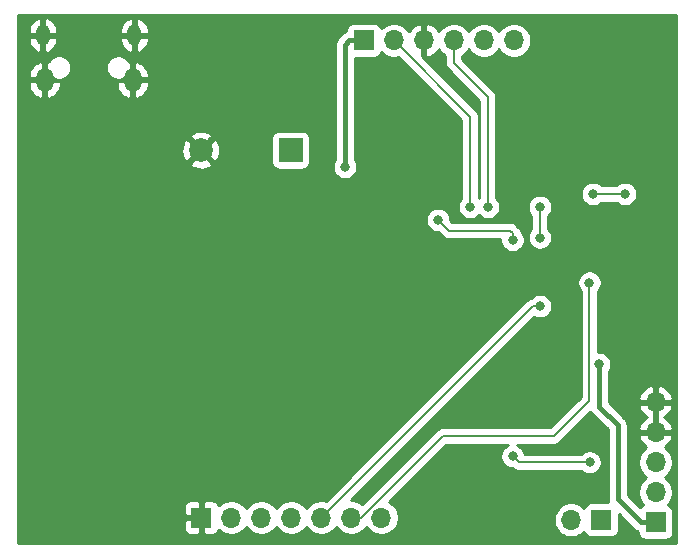
<source format=gbr>
G04 #@! TF.GenerationSoftware,KiCad,Pcbnew,5.1.5-52549c5~84~ubuntu18.04.1*
G04 #@! TF.CreationDate,2020-02-11T14:22:43+01:00*
G04 #@! TF.ProjectId,project,70726f6a-6563-4742-9e6b-696361645f70,rev?*
G04 #@! TF.SameCoordinates,Original*
G04 #@! TF.FileFunction,Copper,L2,Bot*
G04 #@! TF.FilePolarity,Positive*
%FSLAX46Y46*%
G04 Gerber Fmt 4.6, Leading zero omitted, Abs format (unit mm)*
G04 Created by KiCad (PCBNEW 5.1.5-52549c5~84~ubuntu18.04.1) date 2020-02-11 14:22:43*
%MOMM*%
%LPD*%
G04 APERTURE LIST*
%ADD10O,1.700000X1.700000*%
%ADD11R,1.700000X1.700000*%
%ADD12C,2.000000*%
%ADD13R,2.000000X2.000000*%
%ADD14O,1.150000X1.800000*%
%ADD15O,1.450000X2.000000*%
%ADD16C,0.800000*%
%ADD17C,0.400000*%
%ADD18C,0.200000*%
%ADD19C,0.254000*%
G04 APERTURE END LIST*
D10*
X98100000Y-67940000D03*
X98100000Y-70480000D03*
X98100000Y-73020000D03*
X98100000Y-75560000D03*
D11*
X98100000Y-78100000D03*
D10*
X74880000Y-77700000D03*
X72340000Y-77700000D03*
X69800000Y-77700000D03*
X67260000Y-77700000D03*
X64720000Y-77700000D03*
X62180000Y-77700000D03*
D11*
X59640000Y-77700000D03*
D10*
X90960000Y-77900000D03*
D11*
X93500000Y-77900000D03*
D10*
X86100000Y-37300000D03*
X83560000Y-37300000D03*
X81020000Y-37300000D03*
X78480000Y-37300000D03*
X75940000Y-37300000D03*
D11*
X73400000Y-37300000D03*
D12*
X59600000Y-46600000D03*
D13*
X67200000Y-46600000D03*
D14*
X46225000Y-36850000D03*
X53975000Y-36850000D03*
D15*
X46375000Y-40650000D03*
X53825000Y-40650000D03*
D16*
X81500000Y-58200000D03*
X76400000Y-51600000D03*
X89800000Y-35800000D03*
X96900000Y-39200000D03*
X88300000Y-64100000D03*
X93300000Y-64700000D03*
X71800000Y-48000000D03*
X88300000Y-51400000D03*
X88300000Y-54000000D03*
X83900000Y-51400000D03*
X82400000Y-51400000D03*
X92500000Y-57800000D03*
X88300000Y-59800000D03*
X92520000Y-73020000D03*
X86000000Y-72500000D03*
X79700000Y-52500000D03*
X86000000Y-54200000D03*
X92800000Y-50300000D03*
X95500000Y-50300000D03*
D17*
X93300000Y-64700000D02*
X93300000Y-68300000D01*
X93300000Y-68300000D02*
X94900000Y-69900000D01*
X96850000Y-78100000D02*
X98100000Y-78100000D01*
X94900000Y-76150000D02*
X96850000Y-78100000D01*
X94900000Y-69900000D02*
X94900000Y-76150000D01*
X72150000Y-37300000D02*
X73400000Y-37300000D01*
X71800000Y-37650000D02*
X72150000Y-37300000D01*
X71800000Y-48000000D02*
X71800000Y-37650000D01*
D18*
X88300000Y-51400000D02*
X88300000Y-54000000D01*
X83900000Y-51400000D02*
X83900000Y-42100000D01*
X81020000Y-39220000D02*
X81020000Y-37300000D01*
X83900000Y-42100000D02*
X81020000Y-39220000D01*
X82400000Y-43760000D02*
X82400000Y-51400000D01*
X75940000Y-37300000D02*
X82400000Y-43760000D01*
X92500000Y-67800000D02*
X92500000Y-57800000D01*
X89500000Y-70800000D02*
X92500000Y-67800000D01*
X80077998Y-70800000D02*
X89500000Y-70800000D01*
X73177998Y-77700000D02*
X80077998Y-70800000D01*
X72340000Y-77700000D02*
X73177998Y-77700000D01*
X69800000Y-77700000D02*
X87700000Y-59800000D01*
X87700000Y-59800000D02*
X88300000Y-59800000D01*
X92520000Y-73020000D02*
X86520000Y-73020000D01*
X86520000Y-73020000D02*
X86000000Y-72500000D01*
X86000000Y-54200000D02*
X86000000Y-53634315D01*
X86000000Y-53634315D02*
X85765685Y-53400000D01*
X85765685Y-53400000D02*
X80600000Y-53400000D01*
X80600000Y-53400000D02*
X79700000Y-52500000D01*
X92800000Y-50300000D02*
X95500000Y-50300000D01*
D19*
G36*
X99873000Y-79873000D02*
G01*
X44127000Y-79873000D01*
X44127000Y-78550000D01*
X58151928Y-78550000D01*
X58164188Y-78674482D01*
X58200498Y-78794180D01*
X58259463Y-78904494D01*
X58338815Y-79001185D01*
X58435506Y-79080537D01*
X58545820Y-79139502D01*
X58665518Y-79175812D01*
X58790000Y-79188072D01*
X59354250Y-79185000D01*
X59513000Y-79026250D01*
X59513000Y-77827000D01*
X58313750Y-77827000D01*
X58155000Y-77985750D01*
X58151928Y-78550000D01*
X44127000Y-78550000D01*
X44127000Y-76850000D01*
X58151928Y-76850000D01*
X58155000Y-77414250D01*
X58313750Y-77573000D01*
X59513000Y-77573000D01*
X59513000Y-76373750D01*
X59767000Y-76373750D01*
X59767000Y-77573000D01*
X59787000Y-77573000D01*
X59787000Y-77827000D01*
X59767000Y-77827000D01*
X59767000Y-79026250D01*
X59925750Y-79185000D01*
X60490000Y-79188072D01*
X60614482Y-79175812D01*
X60734180Y-79139502D01*
X60844494Y-79080537D01*
X60941185Y-79001185D01*
X61020537Y-78904494D01*
X61079502Y-78794180D01*
X61101513Y-78721620D01*
X61233368Y-78853475D01*
X61476589Y-79015990D01*
X61746842Y-79127932D01*
X62033740Y-79185000D01*
X62326260Y-79185000D01*
X62613158Y-79127932D01*
X62883411Y-79015990D01*
X63126632Y-78853475D01*
X63333475Y-78646632D01*
X63450000Y-78472240D01*
X63566525Y-78646632D01*
X63773368Y-78853475D01*
X64016589Y-79015990D01*
X64286842Y-79127932D01*
X64573740Y-79185000D01*
X64866260Y-79185000D01*
X65153158Y-79127932D01*
X65423411Y-79015990D01*
X65666632Y-78853475D01*
X65873475Y-78646632D01*
X65990000Y-78472240D01*
X66106525Y-78646632D01*
X66313368Y-78853475D01*
X66556589Y-79015990D01*
X66826842Y-79127932D01*
X67113740Y-79185000D01*
X67406260Y-79185000D01*
X67693158Y-79127932D01*
X67963411Y-79015990D01*
X68206632Y-78853475D01*
X68413475Y-78646632D01*
X68530000Y-78472240D01*
X68646525Y-78646632D01*
X68853368Y-78853475D01*
X69096589Y-79015990D01*
X69366842Y-79127932D01*
X69653740Y-79185000D01*
X69946260Y-79185000D01*
X70233158Y-79127932D01*
X70503411Y-79015990D01*
X70746632Y-78853475D01*
X70953475Y-78646632D01*
X71070000Y-78472240D01*
X71186525Y-78646632D01*
X71393368Y-78853475D01*
X71636589Y-79015990D01*
X71906842Y-79127932D01*
X72193740Y-79185000D01*
X72486260Y-79185000D01*
X72773158Y-79127932D01*
X73043411Y-79015990D01*
X73286632Y-78853475D01*
X73493475Y-78646632D01*
X73610000Y-78472240D01*
X73726525Y-78646632D01*
X73933368Y-78853475D01*
X74176589Y-79015990D01*
X74446842Y-79127932D01*
X74733740Y-79185000D01*
X75026260Y-79185000D01*
X75313158Y-79127932D01*
X75583411Y-79015990D01*
X75826632Y-78853475D01*
X76033475Y-78646632D01*
X76195990Y-78403411D01*
X76307932Y-78133158D01*
X76365000Y-77846260D01*
X76365000Y-77553740D01*
X76307932Y-77266842D01*
X76195990Y-76996589D01*
X76033475Y-76753368D01*
X75826632Y-76546525D01*
X75583411Y-76384010D01*
X75548072Y-76369372D01*
X80382445Y-71535000D01*
X85625131Y-71535000D01*
X85509744Y-71582795D01*
X85340226Y-71696063D01*
X85196063Y-71840226D01*
X85082795Y-72009744D01*
X85004774Y-72198102D01*
X84965000Y-72398061D01*
X84965000Y-72601939D01*
X85004774Y-72801898D01*
X85082795Y-72990256D01*
X85196063Y-73159774D01*
X85340226Y-73303937D01*
X85509744Y-73417205D01*
X85698102Y-73495226D01*
X85898061Y-73535000D01*
X85991822Y-73535000D01*
X85997762Y-73542238D01*
X86109680Y-73634087D01*
X86237367Y-73702337D01*
X86306839Y-73723411D01*
X86375914Y-73744365D01*
X86519999Y-73758556D01*
X86556104Y-73755000D01*
X91791289Y-73755000D01*
X91860226Y-73823937D01*
X92029744Y-73937205D01*
X92218102Y-74015226D01*
X92418061Y-74055000D01*
X92621939Y-74055000D01*
X92821898Y-74015226D01*
X93010256Y-73937205D01*
X93179774Y-73823937D01*
X93323937Y-73679774D01*
X93437205Y-73510256D01*
X93515226Y-73321898D01*
X93555000Y-73121939D01*
X93555000Y-72918061D01*
X93515226Y-72718102D01*
X93437205Y-72529744D01*
X93323937Y-72360226D01*
X93179774Y-72216063D01*
X93010256Y-72102795D01*
X92821898Y-72024774D01*
X92621939Y-71985000D01*
X92418061Y-71985000D01*
X92218102Y-72024774D01*
X92029744Y-72102795D01*
X91860226Y-72216063D01*
X91791289Y-72285000D01*
X87012511Y-72285000D01*
X86995226Y-72198102D01*
X86917205Y-72009744D01*
X86803937Y-71840226D01*
X86659774Y-71696063D01*
X86490256Y-71582795D01*
X86374869Y-71535000D01*
X89463895Y-71535000D01*
X89500000Y-71538556D01*
X89536105Y-71535000D01*
X89644085Y-71524365D01*
X89782633Y-71482337D01*
X89910320Y-71414087D01*
X90022238Y-71322238D01*
X90045259Y-71294187D01*
X92592241Y-68747206D01*
X92602364Y-68766145D01*
X92602365Y-68766146D01*
X92706710Y-68893291D01*
X92738574Y-68919441D01*
X94065000Y-70245869D01*
X94065001Y-76108972D01*
X94060960Y-76150000D01*
X94077082Y-76313688D01*
X94106883Y-76411928D01*
X92650000Y-76411928D01*
X92525518Y-76424188D01*
X92405820Y-76460498D01*
X92295506Y-76519463D01*
X92198815Y-76598815D01*
X92119463Y-76695506D01*
X92060498Y-76805820D01*
X92038487Y-76878380D01*
X91906632Y-76746525D01*
X91663411Y-76584010D01*
X91393158Y-76472068D01*
X91106260Y-76415000D01*
X90813740Y-76415000D01*
X90526842Y-76472068D01*
X90256589Y-76584010D01*
X90013368Y-76746525D01*
X89806525Y-76953368D01*
X89644010Y-77196589D01*
X89532068Y-77466842D01*
X89475000Y-77753740D01*
X89475000Y-78046260D01*
X89532068Y-78333158D01*
X89644010Y-78603411D01*
X89806525Y-78846632D01*
X90013368Y-79053475D01*
X90256589Y-79215990D01*
X90526842Y-79327932D01*
X90813740Y-79385000D01*
X91106260Y-79385000D01*
X91393158Y-79327932D01*
X91663411Y-79215990D01*
X91906632Y-79053475D01*
X92038487Y-78921620D01*
X92060498Y-78994180D01*
X92119463Y-79104494D01*
X92198815Y-79201185D01*
X92295506Y-79280537D01*
X92405820Y-79339502D01*
X92525518Y-79375812D01*
X92650000Y-79388072D01*
X94350000Y-79388072D01*
X94474482Y-79375812D01*
X94594180Y-79339502D01*
X94704494Y-79280537D01*
X94801185Y-79201185D01*
X94880537Y-79104494D01*
X94939502Y-78994180D01*
X94975812Y-78874482D01*
X94988072Y-78750000D01*
X94988072Y-77418939D01*
X96230559Y-78661427D01*
X96256709Y-78693291D01*
X96383854Y-78797636D01*
X96528913Y-78875172D01*
X96611928Y-78900354D01*
X96611928Y-78950000D01*
X96624188Y-79074482D01*
X96660498Y-79194180D01*
X96719463Y-79304494D01*
X96798815Y-79401185D01*
X96895506Y-79480537D01*
X97005820Y-79539502D01*
X97125518Y-79575812D01*
X97250000Y-79588072D01*
X98950000Y-79588072D01*
X99074482Y-79575812D01*
X99194180Y-79539502D01*
X99304494Y-79480537D01*
X99401185Y-79401185D01*
X99480537Y-79304494D01*
X99539502Y-79194180D01*
X99575812Y-79074482D01*
X99588072Y-78950000D01*
X99588072Y-77250000D01*
X99575812Y-77125518D01*
X99539502Y-77005820D01*
X99480537Y-76895506D01*
X99401185Y-76798815D01*
X99304494Y-76719463D01*
X99194180Y-76660498D01*
X99121620Y-76638487D01*
X99253475Y-76506632D01*
X99415990Y-76263411D01*
X99527932Y-75993158D01*
X99585000Y-75706260D01*
X99585000Y-75413740D01*
X99527932Y-75126842D01*
X99415990Y-74856589D01*
X99253475Y-74613368D01*
X99046632Y-74406525D01*
X98872240Y-74290000D01*
X99046632Y-74173475D01*
X99253475Y-73966632D01*
X99415990Y-73723411D01*
X99527932Y-73453158D01*
X99585000Y-73166260D01*
X99585000Y-72873740D01*
X99527932Y-72586842D01*
X99415990Y-72316589D01*
X99253475Y-72073368D01*
X99046632Y-71866525D01*
X98864466Y-71744805D01*
X98981355Y-71675178D01*
X99197588Y-71480269D01*
X99371641Y-71246920D01*
X99496825Y-70984099D01*
X99541476Y-70836890D01*
X99420155Y-70607000D01*
X98227000Y-70607000D01*
X98227000Y-70627000D01*
X97973000Y-70627000D01*
X97973000Y-70607000D01*
X96779845Y-70607000D01*
X96658524Y-70836890D01*
X96703175Y-70984099D01*
X96828359Y-71246920D01*
X97002412Y-71480269D01*
X97218645Y-71675178D01*
X97335534Y-71744805D01*
X97153368Y-71866525D01*
X96946525Y-72073368D01*
X96784010Y-72316589D01*
X96672068Y-72586842D01*
X96615000Y-72873740D01*
X96615000Y-73166260D01*
X96672068Y-73453158D01*
X96784010Y-73723411D01*
X96946525Y-73966632D01*
X97153368Y-74173475D01*
X97327760Y-74290000D01*
X97153368Y-74406525D01*
X96946525Y-74613368D01*
X96784010Y-74856589D01*
X96672068Y-75126842D01*
X96615000Y-75413740D01*
X96615000Y-75706260D01*
X96672068Y-75993158D01*
X96784010Y-76263411D01*
X96946525Y-76506632D01*
X97078380Y-76638487D01*
X97005820Y-76660498D01*
X96895506Y-76719463D01*
X96798815Y-76798815D01*
X96767653Y-76836786D01*
X95735000Y-75804133D01*
X95735000Y-69941018D01*
X95739040Y-69900000D01*
X95722918Y-69736312D01*
X95675172Y-69578913D01*
X95597636Y-69433854D01*
X95519439Y-69338570D01*
X95519437Y-69338568D01*
X95493291Y-69306709D01*
X95461433Y-69280564D01*
X94477758Y-68296890D01*
X96658524Y-68296890D01*
X96703175Y-68444099D01*
X96828359Y-68706920D01*
X97002412Y-68940269D01*
X97218645Y-69135178D01*
X97344255Y-69210000D01*
X97218645Y-69284822D01*
X97002412Y-69479731D01*
X96828359Y-69713080D01*
X96703175Y-69975901D01*
X96658524Y-70123110D01*
X96779845Y-70353000D01*
X97973000Y-70353000D01*
X97973000Y-68067000D01*
X98227000Y-68067000D01*
X98227000Y-70353000D01*
X99420155Y-70353000D01*
X99541476Y-70123110D01*
X99496825Y-69975901D01*
X99371641Y-69713080D01*
X99197588Y-69479731D01*
X98981355Y-69284822D01*
X98855745Y-69210000D01*
X98981355Y-69135178D01*
X99197588Y-68940269D01*
X99371641Y-68706920D01*
X99496825Y-68444099D01*
X99541476Y-68296890D01*
X99420155Y-68067000D01*
X98227000Y-68067000D01*
X97973000Y-68067000D01*
X96779845Y-68067000D01*
X96658524Y-68296890D01*
X94477758Y-68296890D01*
X94135000Y-67954133D01*
X94135000Y-67583110D01*
X96658524Y-67583110D01*
X96779845Y-67813000D01*
X97973000Y-67813000D01*
X97973000Y-66619186D01*
X98227000Y-66619186D01*
X98227000Y-67813000D01*
X99420155Y-67813000D01*
X99541476Y-67583110D01*
X99496825Y-67435901D01*
X99371641Y-67173080D01*
X99197588Y-66939731D01*
X98981355Y-66744822D01*
X98731252Y-66595843D01*
X98456891Y-66498519D01*
X98227000Y-66619186D01*
X97973000Y-66619186D01*
X97743109Y-66498519D01*
X97468748Y-66595843D01*
X97218645Y-66744822D01*
X97002412Y-66939731D01*
X96828359Y-67173080D01*
X96703175Y-67435901D01*
X96658524Y-67583110D01*
X94135000Y-67583110D01*
X94135000Y-65313285D01*
X94217205Y-65190256D01*
X94295226Y-65001898D01*
X94335000Y-64801939D01*
X94335000Y-64598061D01*
X94295226Y-64398102D01*
X94217205Y-64209744D01*
X94103937Y-64040226D01*
X93959774Y-63896063D01*
X93790256Y-63782795D01*
X93601898Y-63704774D01*
X93401939Y-63665000D01*
X93235000Y-63665000D01*
X93235000Y-58528711D01*
X93303937Y-58459774D01*
X93417205Y-58290256D01*
X93495226Y-58101898D01*
X93535000Y-57901939D01*
X93535000Y-57698061D01*
X93495226Y-57498102D01*
X93417205Y-57309744D01*
X93303937Y-57140226D01*
X93159774Y-56996063D01*
X92990256Y-56882795D01*
X92801898Y-56804774D01*
X92601939Y-56765000D01*
X92398061Y-56765000D01*
X92198102Y-56804774D01*
X92009744Y-56882795D01*
X91840226Y-56996063D01*
X91696063Y-57140226D01*
X91582795Y-57309744D01*
X91504774Y-57498102D01*
X91465000Y-57698061D01*
X91465000Y-57901939D01*
X91504774Y-58101898D01*
X91582795Y-58290256D01*
X91696063Y-58459774D01*
X91765001Y-58528712D01*
X91765000Y-67495553D01*
X89195554Y-70065000D01*
X80114103Y-70065000D01*
X80077998Y-70061444D01*
X79933913Y-70075635D01*
X79795364Y-70117663D01*
X79667678Y-70185913D01*
X79555760Y-70277762D01*
X79532744Y-70305807D01*
X73289329Y-76549222D01*
X73286632Y-76546525D01*
X73043411Y-76384010D01*
X72773158Y-76272068D01*
X72486260Y-76215000D01*
X72324446Y-76215000D01*
X87818581Y-60720866D01*
X87998102Y-60795226D01*
X88198061Y-60835000D01*
X88401939Y-60835000D01*
X88601898Y-60795226D01*
X88790256Y-60717205D01*
X88959774Y-60603937D01*
X89103937Y-60459774D01*
X89217205Y-60290256D01*
X89295226Y-60101898D01*
X89335000Y-59901939D01*
X89335000Y-59698061D01*
X89295226Y-59498102D01*
X89217205Y-59309744D01*
X89103937Y-59140226D01*
X88959774Y-58996063D01*
X88790256Y-58882795D01*
X88601898Y-58804774D01*
X88401939Y-58765000D01*
X88198061Y-58765000D01*
X87998102Y-58804774D01*
X87809744Y-58882795D01*
X87640226Y-58996063D01*
X87561172Y-59075117D01*
X87555915Y-59075635D01*
X87417367Y-59117663D01*
X87289680Y-59185913D01*
X87177762Y-59277762D01*
X87154746Y-59305807D01*
X70195898Y-76264656D01*
X69946260Y-76215000D01*
X69653740Y-76215000D01*
X69366842Y-76272068D01*
X69096589Y-76384010D01*
X68853368Y-76546525D01*
X68646525Y-76753368D01*
X68530000Y-76927760D01*
X68413475Y-76753368D01*
X68206632Y-76546525D01*
X67963411Y-76384010D01*
X67693158Y-76272068D01*
X67406260Y-76215000D01*
X67113740Y-76215000D01*
X66826842Y-76272068D01*
X66556589Y-76384010D01*
X66313368Y-76546525D01*
X66106525Y-76753368D01*
X65990000Y-76927760D01*
X65873475Y-76753368D01*
X65666632Y-76546525D01*
X65423411Y-76384010D01*
X65153158Y-76272068D01*
X64866260Y-76215000D01*
X64573740Y-76215000D01*
X64286842Y-76272068D01*
X64016589Y-76384010D01*
X63773368Y-76546525D01*
X63566525Y-76753368D01*
X63450000Y-76927760D01*
X63333475Y-76753368D01*
X63126632Y-76546525D01*
X62883411Y-76384010D01*
X62613158Y-76272068D01*
X62326260Y-76215000D01*
X62033740Y-76215000D01*
X61746842Y-76272068D01*
X61476589Y-76384010D01*
X61233368Y-76546525D01*
X61101513Y-76678380D01*
X61079502Y-76605820D01*
X61020537Y-76495506D01*
X60941185Y-76398815D01*
X60844494Y-76319463D01*
X60734180Y-76260498D01*
X60614482Y-76224188D01*
X60490000Y-76211928D01*
X59925750Y-76215000D01*
X59767000Y-76373750D01*
X59513000Y-76373750D01*
X59354250Y-76215000D01*
X58790000Y-76211928D01*
X58665518Y-76224188D01*
X58545820Y-76260498D01*
X58435506Y-76319463D01*
X58338815Y-76398815D01*
X58259463Y-76495506D01*
X58200498Y-76605820D01*
X58164188Y-76725518D01*
X58151928Y-76850000D01*
X44127000Y-76850000D01*
X44127000Y-52398061D01*
X78665000Y-52398061D01*
X78665000Y-52601939D01*
X78704774Y-52801898D01*
X78782795Y-52990256D01*
X78896063Y-53159774D01*
X79040226Y-53303937D01*
X79209744Y-53417205D01*
X79398102Y-53495226D01*
X79598061Y-53535000D01*
X79695553Y-53535000D01*
X80054746Y-53894193D01*
X80077762Y-53922238D01*
X80189680Y-54014087D01*
X80317367Y-54082337D01*
X80455915Y-54124365D01*
X80563895Y-54135000D01*
X80563904Y-54135000D01*
X80599999Y-54138555D01*
X80636094Y-54135000D01*
X84965000Y-54135000D01*
X84965000Y-54301939D01*
X85004774Y-54501898D01*
X85082795Y-54690256D01*
X85196063Y-54859774D01*
X85340226Y-55003937D01*
X85509744Y-55117205D01*
X85698102Y-55195226D01*
X85898061Y-55235000D01*
X86101939Y-55235000D01*
X86301898Y-55195226D01*
X86490256Y-55117205D01*
X86659774Y-55003937D01*
X86803937Y-54859774D01*
X86917205Y-54690256D01*
X86995226Y-54501898D01*
X87035000Y-54301939D01*
X87035000Y-54098061D01*
X86995226Y-53898102D01*
X86917205Y-53709744D01*
X86803937Y-53540226D01*
X86711487Y-53447776D01*
X86682337Y-53351682D01*
X86614087Y-53223995D01*
X86522238Y-53112077D01*
X86494187Y-53089056D01*
X86310944Y-52905813D01*
X86287923Y-52877762D01*
X86176005Y-52785913D01*
X86048318Y-52717663D01*
X85909770Y-52675635D01*
X85801790Y-52665000D01*
X85765685Y-52661444D01*
X85729580Y-52665000D01*
X80904447Y-52665000D01*
X80735000Y-52495553D01*
X80735000Y-52398061D01*
X80695226Y-52198102D01*
X80617205Y-52009744D01*
X80503937Y-51840226D01*
X80359774Y-51696063D01*
X80190256Y-51582795D01*
X80001898Y-51504774D01*
X79801939Y-51465000D01*
X79598061Y-51465000D01*
X79398102Y-51504774D01*
X79209744Y-51582795D01*
X79040226Y-51696063D01*
X78896063Y-51840226D01*
X78782795Y-52009744D01*
X78704774Y-52198102D01*
X78665000Y-52398061D01*
X44127000Y-52398061D01*
X44127000Y-47735413D01*
X58644192Y-47735413D01*
X58739956Y-47999814D01*
X59029571Y-48140704D01*
X59341108Y-48222384D01*
X59662595Y-48241718D01*
X59981675Y-48197961D01*
X60286088Y-48092795D01*
X60460044Y-47999814D01*
X60555808Y-47735413D01*
X59600000Y-46779605D01*
X58644192Y-47735413D01*
X44127000Y-47735413D01*
X44127000Y-46662595D01*
X57958282Y-46662595D01*
X58002039Y-46981675D01*
X58107205Y-47286088D01*
X58200186Y-47460044D01*
X58464587Y-47555808D01*
X59420395Y-46600000D01*
X59779605Y-46600000D01*
X60735413Y-47555808D01*
X60999814Y-47460044D01*
X61140704Y-47170429D01*
X61222384Y-46858892D01*
X61241718Y-46537405D01*
X61197961Y-46218325D01*
X61092795Y-45913912D01*
X60999814Y-45739956D01*
X60735413Y-45644192D01*
X59779605Y-46600000D01*
X59420395Y-46600000D01*
X58464587Y-45644192D01*
X58200186Y-45739956D01*
X58059296Y-46029571D01*
X57977616Y-46341108D01*
X57958282Y-46662595D01*
X44127000Y-46662595D01*
X44127000Y-45464587D01*
X58644192Y-45464587D01*
X59600000Y-46420395D01*
X60420395Y-45600000D01*
X65561928Y-45600000D01*
X65561928Y-47600000D01*
X65574188Y-47724482D01*
X65610498Y-47844180D01*
X65669463Y-47954494D01*
X65748815Y-48051185D01*
X65845506Y-48130537D01*
X65955820Y-48189502D01*
X66075518Y-48225812D01*
X66200000Y-48238072D01*
X68200000Y-48238072D01*
X68324482Y-48225812D01*
X68444180Y-48189502D01*
X68554494Y-48130537D01*
X68651185Y-48051185D01*
X68730537Y-47954494D01*
X68760701Y-47898061D01*
X70765000Y-47898061D01*
X70765000Y-48101939D01*
X70804774Y-48301898D01*
X70882795Y-48490256D01*
X70996063Y-48659774D01*
X71140226Y-48803937D01*
X71309744Y-48917205D01*
X71498102Y-48995226D01*
X71698061Y-49035000D01*
X71901939Y-49035000D01*
X72101898Y-48995226D01*
X72290256Y-48917205D01*
X72459774Y-48803937D01*
X72603937Y-48659774D01*
X72717205Y-48490256D01*
X72795226Y-48301898D01*
X72835000Y-48101939D01*
X72835000Y-47898061D01*
X72795226Y-47698102D01*
X72717205Y-47509744D01*
X72635000Y-47386715D01*
X72635000Y-38788072D01*
X74250000Y-38788072D01*
X74374482Y-38775812D01*
X74494180Y-38739502D01*
X74604494Y-38680537D01*
X74701185Y-38601185D01*
X74780537Y-38504494D01*
X74839502Y-38394180D01*
X74861513Y-38321620D01*
X74993368Y-38453475D01*
X75236589Y-38615990D01*
X75506842Y-38727932D01*
X75793740Y-38785000D01*
X76086260Y-38785000D01*
X76335897Y-38735344D01*
X81665000Y-44064447D01*
X81665001Y-50671288D01*
X81596063Y-50740226D01*
X81482795Y-50909744D01*
X81404774Y-51098102D01*
X81365000Y-51298061D01*
X81365000Y-51501939D01*
X81404774Y-51701898D01*
X81482795Y-51890256D01*
X81596063Y-52059774D01*
X81740226Y-52203937D01*
X81909744Y-52317205D01*
X82098102Y-52395226D01*
X82298061Y-52435000D01*
X82501939Y-52435000D01*
X82701898Y-52395226D01*
X82890256Y-52317205D01*
X83059774Y-52203937D01*
X83150000Y-52113711D01*
X83240226Y-52203937D01*
X83409744Y-52317205D01*
X83598102Y-52395226D01*
X83798061Y-52435000D01*
X84001939Y-52435000D01*
X84201898Y-52395226D01*
X84390256Y-52317205D01*
X84559774Y-52203937D01*
X84703937Y-52059774D01*
X84817205Y-51890256D01*
X84895226Y-51701898D01*
X84935000Y-51501939D01*
X84935000Y-51298061D01*
X87265000Y-51298061D01*
X87265000Y-51501939D01*
X87304774Y-51701898D01*
X87382795Y-51890256D01*
X87496063Y-52059774D01*
X87565000Y-52128711D01*
X87565001Y-53271288D01*
X87496063Y-53340226D01*
X87382795Y-53509744D01*
X87304774Y-53698102D01*
X87265000Y-53898061D01*
X87265000Y-54101939D01*
X87304774Y-54301898D01*
X87382795Y-54490256D01*
X87496063Y-54659774D01*
X87640226Y-54803937D01*
X87809744Y-54917205D01*
X87998102Y-54995226D01*
X88198061Y-55035000D01*
X88401939Y-55035000D01*
X88601898Y-54995226D01*
X88790256Y-54917205D01*
X88959774Y-54803937D01*
X89103937Y-54659774D01*
X89217205Y-54490256D01*
X89295226Y-54301898D01*
X89335000Y-54101939D01*
X89335000Y-53898061D01*
X89295226Y-53698102D01*
X89217205Y-53509744D01*
X89103937Y-53340226D01*
X89035000Y-53271289D01*
X89035000Y-52128711D01*
X89103937Y-52059774D01*
X89217205Y-51890256D01*
X89295226Y-51701898D01*
X89335000Y-51501939D01*
X89335000Y-51298061D01*
X89295226Y-51098102D01*
X89217205Y-50909744D01*
X89103937Y-50740226D01*
X88959774Y-50596063D01*
X88790256Y-50482795D01*
X88601898Y-50404774D01*
X88401939Y-50365000D01*
X88198061Y-50365000D01*
X87998102Y-50404774D01*
X87809744Y-50482795D01*
X87640226Y-50596063D01*
X87496063Y-50740226D01*
X87382795Y-50909744D01*
X87304774Y-51098102D01*
X87265000Y-51298061D01*
X84935000Y-51298061D01*
X84895226Y-51098102D01*
X84817205Y-50909744D01*
X84703937Y-50740226D01*
X84635000Y-50671289D01*
X84635000Y-50198061D01*
X91765000Y-50198061D01*
X91765000Y-50401939D01*
X91804774Y-50601898D01*
X91882795Y-50790256D01*
X91996063Y-50959774D01*
X92140226Y-51103937D01*
X92309744Y-51217205D01*
X92498102Y-51295226D01*
X92698061Y-51335000D01*
X92901939Y-51335000D01*
X93101898Y-51295226D01*
X93290256Y-51217205D01*
X93459774Y-51103937D01*
X93528711Y-51035000D01*
X94771289Y-51035000D01*
X94840226Y-51103937D01*
X95009744Y-51217205D01*
X95198102Y-51295226D01*
X95398061Y-51335000D01*
X95601939Y-51335000D01*
X95801898Y-51295226D01*
X95990256Y-51217205D01*
X96159774Y-51103937D01*
X96303937Y-50959774D01*
X96417205Y-50790256D01*
X96495226Y-50601898D01*
X96535000Y-50401939D01*
X96535000Y-50198061D01*
X96495226Y-49998102D01*
X96417205Y-49809744D01*
X96303937Y-49640226D01*
X96159774Y-49496063D01*
X95990256Y-49382795D01*
X95801898Y-49304774D01*
X95601939Y-49265000D01*
X95398061Y-49265000D01*
X95198102Y-49304774D01*
X95009744Y-49382795D01*
X94840226Y-49496063D01*
X94771289Y-49565000D01*
X93528711Y-49565000D01*
X93459774Y-49496063D01*
X93290256Y-49382795D01*
X93101898Y-49304774D01*
X92901939Y-49265000D01*
X92698061Y-49265000D01*
X92498102Y-49304774D01*
X92309744Y-49382795D01*
X92140226Y-49496063D01*
X91996063Y-49640226D01*
X91882795Y-49809744D01*
X91804774Y-49998102D01*
X91765000Y-50198061D01*
X84635000Y-50198061D01*
X84635000Y-42136104D01*
X84638556Y-42099999D01*
X84624365Y-41955914D01*
X84611616Y-41913886D01*
X84582337Y-41817367D01*
X84514087Y-41689680D01*
X84422238Y-41577762D01*
X84394193Y-41554746D01*
X81755000Y-38915554D01*
X81755000Y-38594883D01*
X81966632Y-38453475D01*
X82173475Y-38246632D01*
X82290000Y-38072240D01*
X82406525Y-38246632D01*
X82613368Y-38453475D01*
X82856589Y-38615990D01*
X83126842Y-38727932D01*
X83413740Y-38785000D01*
X83706260Y-38785000D01*
X83993158Y-38727932D01*
X84263411Y-38615990D01*
X84506632Y-38453475D01*
X84713475Y-38246632D01*
X84830000Y-38072240D01*
X84946525Y-38246632D01*
X85153368Y-38453475D01*
X85396589Y-38615990D01*
X85666842Y-38727932D01*
X85953740Y-38785000D01*
X86246260Y-38785000D01*
X86533158Y-38727932D01*
X86803411Y-38615990D01*
X87046632Y-38453475D01*
X87253475Y-38246632D01*
X87415990Y-38003411D01*
X87527932Y-37733158D01*
X87585000Y-37446260D01*
X87585000Y-37153740D01*
X87527932Y-36866842D01*
X87415990Y-36596589D01*
X87253475Y-36353368D01*
X87046632Y-36146525D01*
X86803411Y-35984010D01*
X86533158Y-35872068D01*
X86246260Y-35815000D01*
X85953740Y-35815000D01*
X85666842Y-35872068D01*
X85396589Y-35984010D01*
X85153368Y-36146525D01*
X84946525Y-36353368D01*
X84830000Y-36527760D01*
X84713475Y-36353368D01*
X84506632Y-36146525D01*
X84263411Y-35984010D01*
X83993158Y-35872068D01*
X83706260Y-35815000D01*
X83413740Y-35815000D01*
X83126842Y-35872068D01*
X82856589Y-35984010D01*
X82613368Y-36146525D01*
X82406525Y-36353368D01*
X82290000Y-36527760D01*
X82173475Y-36353368D01*
X81966632Y-36146525D01*
X81723411Y-35984010D01*
X81453158Y-35872068D01*
X81166260Y-35815000D01*
X80873740Y-35815000D01*
X80586842Y-35872068D01*
X80316589Y-35984010D01*
X80073368Y-36146525D01*
X79866525Y-36353368D01*
X79744805Y-36535534D01*
X79675178Y-36418645D01*
X79480269Y-36202412D01*
X79246920Y-36028359D01*
X78984099Y-35903175D01*
X78836890Y-35858524D01*
X78607000Y-35979845D01*
X78607000Y-37173000D01*
X78627000Y-37173000D01*
X78627000Y-37427000D01*
X78607000Y-37427000D01*
X78607000Y-38620155D01*
X78836890Y-38741476D01*
X78984099Y-38696825D01*
X79246920Y-38571641D01*
X79480269Y-38397588D01*
X79675178Y-38181355D01*
X79744805Y-38064466D01*
X79866525Y-38246632D01*
X80073368Y-38453475D01*
X80285000Y-38594883D01*
X80285000Y-39183895D01*
X80281444Y-39220000D01*
X80285000Y-39256104D01*
X80295635Y-39364084D01*
X80337663Y-39502632D01*
X80405913Y-39630319D01*
X80497762Y-39742237D01*
X80525808Y-39765254D01*
X83165001Y-42404448D01*
X83165000Y-50671289D01*
X83150000Y-50686289D01*
X83135000Y-50671289D01*
X83135000Y-43796105D01*
X83138556Y-43760000D01*
X83124365Y-43615915D01*
X83082337Y-43477366D01*
X83014087Y-43349680D01*
X82945253Y-43265806D01*
X82945250Y-43265803D01*
X82922237Y-43237762D01*
X82894198Y-43214751D01*
X78318047Y-38638601D01*
X78353000Y-38620155D01*
X78353000Y-37427000D01*
X78333000Y-37427000D01*
X78333000Y-37173000D01*
X78353000Y-37173000D01*
X78353000Y-35979845D01*
X78123110Y-35858524D01*
X77975901Y-35903175D01*
X77713080Y-36028359D01*
X77479731Y-36202412D01*
X77284822Y-36418645D01*
X77215195Y-36535534D01*
X77093475Y-36353368D01*
X76886632Y-36146525D01*
X76643411Y-35984010D01*
X76373158Y-35872068D01*
X76086260Y-35815000D01*
X75793740Y-35815000D01*
X75506842Y-35872068D01*
X75236589Y-35984010D01*
X74993368Y-36146525D01*
X74861513Y-36278380D01*
X74839502Y-36205820D01*
X74780537Y-36095506D01*
X74701185Y-35998815D01*
X74604494Y-35919463D01*
X74494180Y-35860498D01*
X74374482Y-35824188D01*
X74250000Y-35811928D01*
X72550000Y-35811928D01*
X72425518Y-35824188D01*
X72305820Y-35860498D01*
X72195506Y-35919463D01*
X72098815Y-35998815D01*
X72019463Y-36095506D01*
X71960498Y-36205820D01*
X71924188Y-36325518D01*
X71911928Y-36450000D01*
X71911928Y-36499646D01*
X71828913Y-36524828D01*
X71683854Y-36602364D01*
X71556709Y-36706709D01*
X71530558Y-36738574D01*
X71238574Y-37030559D01*
X71206710Y-37056709D01*
X71141382Y-37136312D01*
X71102364Y-37183855D01*
X71024828Y-37328914D01*
X70977082Y-37486312D01*
X70960960Y-37650000D01*
X70965001Y-37691029D01*
X70965000Y-47386715D01*
X70882795Y-47509744D01*
X70804774Y-47698102D01*
X70765000Y-47898061D01*
X68760701Y-47898061D01*
X68789502Y-47844180D01*
X68825812Y-47724482D01*
X68838072Y-47600000D01*
X68838072Y-45600000D01*
X68825812Y-45475518D01*
X68789502Y-45355820D01*
X68730537Y-45245506D01*
X68651185Y-45148815D01*
X68554494Y-45069463D01*
X68444180Y-45010498D01*
X68324482Y-44974188D01*
X68200000Y-44961928D01*
X66200000Y-44961928D01*
X66075518Y-44974188D01*
X65955820Y-45010498D01*
X65845506Y-45069463D01*
X65748815Y-45148815D01*
X65669463Y-45245506D01*
X65610498Y-45355820D01*
X65574188Y-45475518D01*
X65561928Y-45600000D01*
X60420395Y-45600000D01*
X60555808Y-45464587D01*
X60460044Y-45200186D01*
X60170429Y-45059296D01*
X59858892Y-44977616D01*
X59537405Y-44958282D01*
X59218325Y-45002039D01*
X58913912Y-45107205D01*
X58739956Y-45200186D01*
X58644192Y-45464587D01*
X44127000Y-45464587D01*
X44127000Y-40777000D01*
X45015000Y-40777000D01*
X45015000Y-41052000D01*
X45065908Y-41314883D01*
X45167124Y-41562783D01*
X45314758Y-41786173D01*
X45503137Y-41976469D01*
X45725021Y-42126357D01*
X45971883Y-42230078D01*
X46037742Y-42242519D01*
X46248000Y-42119518D01*
X46248000Y-40777000D01*
X46502000Y-40777000D01*
X46502000Y-42119518D01*
X46712258Y-42242519D01*
X46778117Y-42230078D01*
X47024979Y-42126357D01*
X47246863Y-41976469D01*
X47435242Y-41786173D01*
X47582876Y-41562783D01*
X47684092Y-41314883D01*
X47735000Y-41052000D01*
X47735000Y-40777000D01*
X52465000Y-40777000D01*
X52465000Y-41052000D01*
X52515908Y-41314883D01*
X52617124Y-41562783D01*
X52764758Y-41786173D01*
X52953137Y-41976469D01*
X53175021Y-42126357D01*
X53421883Y-42230078D01*
X53487742Y-42242519D01*
X53698000Y-42119518D01*
X53698000Y-40777000D01*
X53952000Y-40777000D01*
X53952000Y-42119518D01*
X54162258Y-42242519D01*
X54228117Y-42230078D01*
X54474979Y-42126357D01*
X54696863Y-41976469D01*
X54885242Y-41786173D01*
X55032876Y-41562783D01*
X55134092Y-41314883D01*
X55185000Y-41052000D01*
X55185000Y-40777000D01*
X53952000Y-40777000D01*
X53698000Y-40777000D01*
X52465000Y-40777000D01*
X47735000Y-40777000D01*
X46502000Y-40777000D01*
X46248000Y-40777000D01*
X45015000Y-40777000D01*
X44127000Y-40777000D01*
X44127000Y-40248000D01*
X45015000Y-40248000D01*
X45015000Y-40523000D01*
X46248000Y-40523000D01*
X46248000Y-39180482D01*
X46502000Y-39180482D01*
X46502000Y-40523000D01*
X47123734Y-40523000D01*
X47298102Y-40595226D01*
X47498061Y-40635000D01*
X47701939Y-40635000D01*
X47901898Y-40595226D01*
X48090256Y-40517205D01*
X48259774Y-40403937D01*
X48403937Y-40259774D01*
X48517205Y-40090256D01*
X48595226Y-39901898D01*
X48635000Y-39701939D01*
X48635000Y-39498061D01*
X51565000Y-39498061D01*
X51565000Y-39701939D01*
X51604774Y-39901898D01*
X51682795Y-40090256D01*
X51796063Y-40259774D01*
X51940226Y-40403937D01*
X52109744Y-40517205D01*
X52298102Y-40595226D01*
X52498061Y-40635000D01*
X52701939Y-40635000D01*
X52901898Y-40595226D01*
X53076266Y-40523000D01*
X53698000Y-40523000D01*
X53698000Y-39180482D01*
X53952000Y-39180482D01*
X53952000Y-40523000D01*
X55185000Y-40523000D01*
X55185000Y-40248000D01*
X55134092Y-39985117D01*
X55032876Y-39737217D01*
X54885242Y-39513827D01*
X54696863Y-39323531D01*
X54474979Y-39173643D01*
X54228117Y-39069922D01*
X54162258Y-39057481D01*
X53952000Y-39180482D01*
X53698000Y-39180482D01*
X53487742Y-39057481D01*
X53482896Y-39058396D01*
X53403937Y-38940226D01*
X53259774Y-38796063D01*
X53090256Y-38682795D01*
X52901898Y-38604774D01*
X52701939Y-38565000D01*
X52498061Y-38565000D01*
X52298102Y-38604774D01*
X52109744Y-38682795D01*
X51940226Y-38796063D01*
X51796063Y-38940226D01*
X51682795Y-39109744D01*
X51604774Y-39298102D01*
X51565000Y-39498061D01*
X48635000Y-39498061D01*
X48595226Y-39298102D01*
X48517205Y-39109744D01*
X48403937Y-38940226D01*
X48259774Y-38796063D01*
X48090256Y-38682795D01*
X47901898Y-38604774D01*
X47701939Y-38565000D01*
X47498061Y-38565000D01*
X47298102Y-38604774D01*
X47109744Y-38682795D01*
X46940226Y-38796063D01*
X46796063Y-38940226D01*
X46717104Y-39058396D01*
X46712258Y-39057481D01*
X46502000Y-39180482D01*
X46248000Y-39180482D01*
X46037742Y-39057481D01*
X45971883Y-39069922D01*
X45725021Y-39173643D01*
X45503137Y-39323531D01*
X45314758Y-39513827D01*
X45167124Y-39737217D01*
X45065908Y-39985117D01*
X45015000Y-40248000D01*
X44127000Y-40248000D01*
X44127000Y-36977000D01*
X45015000Y-36977000D01*
X45015000Y-37302000D01*
X45063026Y-37535619D01*
X45155706Y-37755380D01*
X45289479Y-37952837D01*
X45459203Y-38120402D01*
X45658356Y-38251636D01*
X45879285Y-38341496D01*
X45911323Y-38343635D01*
X46098000Y-38218550D01*
X46098000Y-36977000D01*
X46352000Y-36977000D01*
X46352000Y-38218550D01*
X46538677Y-38343635D01*
X46570715Y-38341496D01*
X46791644Y-38251636D01*
X46990797Y-38120402D01*
X47160521Y-37952837D01*
X47294294Y-37755380D01*
X47386974Y-37535619D01*
X47435000Y-37302000D01*
X47435000Y-36977000D01*
X52765000Y-36977000D01*
X52765000Y-37302000D01*
X52813026Y-37535619D01*
X52905706Y-37755380D01*
X53039479Y-37952837D01*
X53209203Y-38120402D01*
X53408356Y-38251636D01*
X53629285Y-38341496D01*
X53661323Y-38343635D01*
X53848000Y-38218550D01*
X53848000Y-36977000D01*
X54102000Y-36977000D01*
X54102000Y-38218550D01*
X54288677Y-38343635D01*
X54320715Y-38341496D01*
X54541644Y-38251636D01*
X54740797Y-38120402D01*
X54910521Y-37952837D01*
X55044294Y-37755380D01*
X55136974Y-37535619D01*
X55185000Y-37302000D01*
X55185000Y-36977000D01*
X54102000Y-36977000D01*
X53848000Y-36977000D01*
X52765000Y-36977000D01*
X47435000Y-36977000D01*
X46352000Y-36977000D01*
X46098000Y-36977000D01*
X45015000Y-36977000D01*
X44127000Y-36977000D01*
X44127000Y-36398000D01*
X45015000Y-36398000D01*
X45015000Y-36723000D01*
X46098000Y-36723000D01*
X46098000Y-35481450D01*
X46352000Y-35481450D01*
X46352000Y-36723000D01*
X47435000Y-36723000D01*
X47435000Y-36398000D01*
X52765000Y-36398000D01*
X52765000Y-36723000D01*
X53848000Y-36723000D01*
X53848000Y-35481450D01*
X54102000Y-35481450D01*
X54102000Y-36723000D01*
X55185000Y-36723000D01*
X55185000Y-36398000D01*
X55136974Y-36164381D01*
X55044294Y-35944620D01*
X54910521Y-35747163D01*
X54740797Y-35579598D01*
X54541644Y-35448364D01*
X54320715Y-35358504D01*
X54288677Y-35356365D01*
X54102000Y-35481450D01*
X53848000Y-35481450D01*
X53661323Y-35356365D01*
X53629285Y-35358504D01*
X53408356Y-35448364D01*
X53209203Y-35579598D01*
X53039479Y-35747163D01*
X52905706Y-35944620D01*
X52813026Y-36164381D01*
X52765000Y-36398000D01*
X47435000Y-36398000D01*
X47386974Y-36164381D01*
X47294294Y-35944620D01*
X47160521Y-35747163D01*
X46990797Y-35579598D01*
X46791644Y-35448364D01*
X46570715Y-35358504D01*
X46538677Y-35356365D01*
X46352000Y-35481450D01*
X46098000Y-35481450D01*
X45911323Y-35356365D01*
X45879285Y-35358504D01*
X45658356Y-35448364D01*
X45459203Y-35579598D01*
X45289479Y-35747163D01*
X45155706Y-35944620D01*
X45063026Y-36164381D01*
X45015000Y-36398000D01*
X44127000Y-36398000D01*
X44127000Y-35127000D01*
X99873000Y-35127000D01*
X99873000Y-79873000D01*
G37*
X99873000Y-79873000D02*
X44127000Y-79873000D01*
X44127000Y-78550000D01*
X58151928Y-78550000D01*
X58164188Y-78674482D01*
X58200498Y-78794180D01*
X58259463Y-78904494D01*
X58338815Y-79001185D01*
X58435506Y-79080537D01*
X58545820Y-79139502D01*
X58665518Y-79175812D01*
X58790000Y-79188072D01*
X59354250Y-79185000D01*
X59513000Y-79026250D01*
X59513000Y-77827000D01*
X58313750Y-77827000D01*
X58155000Y-77985750D01*
X58151928Y-78550000D01*
X44127000Y-78550000D01*
X44127000Y-76850000D01*
X58151928Y-76850000D01*
X58155000Y-77414250D01*
X58313750Y-77573000D01*
X59513000Y-77573000D01*
X59513000Y-76373750D01*
X59767000Y-76373750D01*
X59767000Y-77573000D01*
X59787000Y-77573000D01*
X59787000Y-77827000D01*
X59767000Y-77827000D01*
X59767000Y-79026250D01*
X59925750Y-79185000D01*
X60490000Y-79188072D01*
X60614482Y-79175812D01*
X60734180Y-79139502D01*
X60844494Y-79080537D01*
X60941185Y-79001185D01*
X61020537Y-78904494D01*
X61079502Y-78794180D01*
X61101513Y-78721620D01*
X61233368Y-78853475D01*
X61476589Y-79015990D01*
X61746842Y-79127932D01*
X62033740Y-79185000D01*
X62326260Y-79185000D01*
X62613158Y-79127932D01*
X62883411Y-79015990D01*
X63126632Y-78853475D01*
X63333475Y-78646632D01*
X63450000Y-78472240D01*
X63566525Y-78646632D01*
X63773368Y-78853475D01*
X64016589Y-79015990D01*
X64286842Y-79127932D01*
X64573740Y-79185000D01*
X64866260Y-79185000D01*
X65153158Y-79127932D01*
X65423411Y-79015990D01*
X65666632Y-78853475D01*
X65873475Y-78646632D01*
X65990000Y-78472240D01*
X66106525Y-78646632D01*
X66313368Y-78853475D01*
X66556589Y-79015990D01*
X66826842Y-79127932D01*
X67113740Y-79185000D01*
X67406260Y-79185000D01*
X67693158Y-79127932D01*
X67963411Y-79015990D01*
X68206632Y-78853475D01*
X68413475Y-78646632D01*
X68530000Y-78472240D01*
X68646525Y-78646632D01*
X68853368Y-78853475D01*
X69096589Y-79015990D01*
X69366842Y-79127932D01*
X69653740Y-79185000D01*
X69946260Y-79185000D01*
X70233158Y-79127932D01*
X70503411Y-79015990D01*
X70746632Y-78853475D01*
X70953475Y-78646632D01*
X71070000Y-78472240D01*
X71186525Y-78646632D01*
X71393368Y-78853475D01*
X71636589Y-79015990D01*
X71906842Y-79127932D01*
X72193740Y-79185000D01*
X72486260Y-79185000D01*
X72773158Y-79127932D01*
X73043411Y-79015990D01*
X73286632Y-78853475D01*
X73493475Y-78646632D01*
X73610000Y-78472240D01*
X73726525Y-78646632D01*
X73933368Y-78853475D01*
X74176589Y-79015990D01*
X74446842Y-79127932D01*
X74733740Y-79185000D01*
X75026260Y-79185000D01*
X75313158Y-79127932D01*
X75583411Y-79015990D01*
X75826632Y-78853475D01*
X76033475Y-78646632D01*
X76195990Y-78403411D01*
X76307932Y-78133158D01*
X76365000Y-77846260D01*
X76365000Y-77553740D01*
X76307932Y-77266842D01*
X76195990Y-76996589D01*
X76033475Y-76753368D01*
X75826632Y-76546525D01*
X75583411Y-76384010D01*
X75548072Y-76369372D01*
X80382445Y-71535000D01*
X85625131Y-71535000D01*
X85509744Y-71582795D01*
X85340226Y-71696063D01*
X85196063Y-71840226D01*
X85082795Y-72009744D01*
X85004774Y-72198102D01*
X84965000Y-72398061D01*
X84965000Y-72601939D01*
X85004774Y-72801898D01*
X85082795Y-72990256D01*
X85196063Y-73159774D01*
X85340226Y-73303937D01*
X85509744Y-73417205D01*
X85698102Y-73495226D01*
X85898061Y-73535000D01*
X85991822Y-73535000D01*
X85997762Y-73542238D01*
X86109680Y-73634087D01*
X86237367Y-73702337D01*
X86306839Y-73723411D01*
X86375914Y-73744365D01*
X86519999Y-73758556D01*
X86556104Y-73755000D01*
X91791289Y-73755000D01*
X91860226Y-73823937D01*
X92029744Y-73937205D01*
X92218102Y-74015226D01*
X92418061Y-74055000D01*
X92621939Y-74055000D01*
X92821898Y-74015226D01*
X93010256Y-73937205D01*
X93179774Y-73823937D01*
X93323937Y-73679774D01*
X93437205Y-73510256D01*
X93515226Y-73321898D01*
X93555000Y-73121939D01*
X93555000Y-72918061D01*
X93515226Y-72718102D01*
X93437205Y-72529744D01*
X93323937Y-72360226D01*
X93179774Y-72216063D01*
X93010256Y-72102795D01*
X92821898Y-72024774D01*
X92621939Y-71985000D01*
X92418061Y-71985000D01*
X92218102Y-72024774D01*
X92029744Y-72102795D01*
X91860226Y-72216063D01*
X91791289Y-72285000D01*
X87012511Y-72285000D01*
X86995226Y-72198102D01*
X86917205Y-72009744D01*
X86803937Y-71840226D01*
X86659774Y-71696063D01*
X86490256Y-71582795D01*
X86374869Y-71535000D01*
X89463895Y-71535000D01*
X89500000Y-71538556D01*
X89536105Y-71535000D01*
X89644085Y-71524365D01*
X89782633Y-71482337D01*
X89910320Y-71414087D01*
X90022238Y-71322238D01*
X90045259Y-71294187D01*
X92592241Y-68747206D01*
X92602364Y-68766145D01*
X92602365Y-68766146D01*
X92706710Y-68893291D01*
X92738574Y-68919441D01*
X94065000Y-70245869D01*
X94065001Y-76108972D01*
X94060960Y-76150000D01*
X94077082Y-76313688D01*
X94106883Y-76411928D01*
X92650000Y-76411928D01*
X92525518Y-76424188D01*
X92405820Y-76460498D01*
X92295506Y-76519463D01*
X92198815Y-76598815D01*
X92119463Y-76695506D01*
X92060498Y-76805820D01*
X92038487Y-76878380D01*
X91906632Y-76746525D01*
X91663411Y-76584010D01*
X91393158Y-76472068D01*
X91106260Y-76415000D01*
X90813740Y-76415000D01*
X90526842Y-76472068D01*
X90256589Y-76584010D01*
X90013368Y-76746525D01*
X89806525Y-76953368D01*
X89644010Y-77196589D01*
X89532068Y-77466842D01*
X89475000Y-77753740D01*
X89475000Y-78046260D01*
X89532068Y-78333158D01*
X89644010Y-78603411D01*
X89806525Y-78846632D01*
X90013368Y-79053475D01*
X90256589Y-79215990D01*
X90526842Y-79327932D01*
X90813740Y-79385000D01*
X91106260Y-79385000D01*
X91393158Y-79327932D01*
X91663411Y-79215990D01*
X91906632Y-79053475D01*
X92038487Y-78921620D01*
X92060498Y-78994180D01*
X92119463Y-79104494D01*
X92198815Y-79201185D01*
X92295506Y-79280537D01*
X92405820Y-79339502D01*
X92525518Y-79375812D01*
X92650000Y-79388072D01*
X94350000Y-79388072D01*
X94474482Y-79375812D01*
X94594180Y-79339502D01*
X94704494Y-79280537D01*
X94801185Y-79201185D01*
X94880537Y-79104494D01*
X94939502Y-78994180D01*
X94975812Y-78874482D01*
X94988072Y-78750000D01*
X94988072Y-77418939D01*
X96230559Y-78661427D01*
X96256709Y-78693291D01*
X96383854Y-78797636D01*
X96528913Y-78875172D01*
X96611928Y-78900354D01*
X96611928Y-78950000D01*
X96624188Y-79074482D01*
X96660498Y-79194180D01*
X96719463Y-79304494D01*
X96798815Y-79401185D01*
X96895506Y-79480537D01*
X97005820Y-79539502D01*
X97125518Y-79575812D01*
X97250000Y-79588072D01*
X98950000Y-79588072D01*
X99074482Y-79575812D01*
X99194180Y-79539502D01*
X99304494Y-79480537D01*
X99401185Y-79401185D01*
X99480537Y-79304494D01*
X99539502Y-79194180D01*
X99575812Y-79074482D01*
X99588072Y-78950000D01*
X99588072Y-77250000D01*
X99575812Y-77125518D01*
X99539502Y-77005820D01*
X99480537Y-76895506D01*
X99401185Y-76798815D01*
X99304494Y-76719463D01*
X99194180Y-76660498D01*
X99121620Y-76638487D01*
X99253475Y-76506632D01*
X99415990Y-76263411D01*
X99527932Y-75993158D01*
X99585000Y-75706260D01*
X99585000Y-75413740D01*
X99527932Y-75126842D01*
X99415990Y-74856589D01*
X99253475Y-74613368D01*
X99046632Y-74406525D01*
X98872240Y-74290000D01*
X99046632Y-74173475D01*
X99253475Y-73966632D01*
X99415990Y-73723411D01*
X99527932Y-73453158D01*
X99585000Y-73166260D01*
X99585000Y-72873740D01*
X99527932Y-72586842D01*
X99415990Y-72316589D01*
X99253475Y-72073368D01*
X99046632Y-71866525D01*
X98864466Y-71744805D01*
X98981355Y-71675178D01*
X99197588Y-71480269D01*
X99371641Y-71246920D01*
X99496825Y-70984099D01*
X99541476Y-70836890D01*
X99420155Y-70607000D01*
X98227000Y-70607000D01*
X98227000Y-70627000D01*
X97973000Y-70627000D01*
X97973000Y-70607000D01*
X96779845Y-70607000D01*
X96658524Y-70836890D01*
X96703175Y-70984099D01*
X96828359Y-71246920D01*
X97002412Y-71480269D01*
X97218645Y-71675178D01*
X97335534Y-71744805D01*
X97153368Y-71866525D01*
X96946525Y-72073368D01*
X96784010Y-72316589D01*
X96672068Y-72586842D01*
X96615000Y-72873740D01*
X96615000Y-73166260D01*
X96672068Y-73453158D01*
X96784010Y-73723411D01*
X96946525Y-73966632D01*
X97153368Y-74173475D01*
X97327760Y-74290000D01*
X97153368Y-74406525D01*
X96946525Y-74613368D01*
X96784010Y-74856589D01*
X96672068Y-75126842D01*
X96615000Y-75413740D01*
X96615000Y-75706260D01*
X96672068Y-75993158D01*
X96784010Y-76263411D01*
X96946525Y-76506632D01*
X97078380Y-76638487D01*
X97005820Y-76660498D01*
X96895506Y-76719463D01*
X96798815Y-76798815D01*
X96767653Y-76836786D01*
X95735000Y-75804133D01*
X95735000Y-69941018D01*
X95739040Y-69900000D01*
X95722918Y-69736312D01*
X95675172Y-69578913D01*
X95597636Y-69433854D01*
X95519439Y-69338570D01*
X95519437Y-69338568D01*
X95493291Y-69306709D01*
X95461433Y-69280564D01*
X94477758Y-68296890D01*
X96658524Y-68296890D01*
X96703175Y-68444099D01*
X96828359Y-68706920D01*
X97002412Y-68940269D01*
X97218645Y-69135178D01*
X97344255Y-69210000D01*
X97218645Y-69284822D01*
X97002412Y-69479731D01*
X96828359Y-69713080D01*
X96703175Y-69975901D01*
X96658524Y-70123110D01*
X96779845Y-70353000D01*
X97973000Y-70353000D01*
X97973000Y-68067000D01*
X98227000Y-68067000D01*
X98227000Y-70353000D01*
X99420155Y-70353000D01*
X99541476Y-70123110D01*
X99496825Y-69975901D01*
X99371641Y-69713080D01*
X99197588Y-69479731D01*
X98981355Y-69284822D01*
X98855745Y-69210000D01*
X98981355Y-69135178D01*
X99197588Y-68940269D01*
X99371641Y-68706920D01*
X99496825Y-68444099D01*
X99541476Y-68296890D01*
X99420155Y-68067000D01*
X98227000Y-68067000D01*
X97973000Y-68067000D01*
X96779845Y-68067000D01*
X96658524Y-68296890D01*
X94477758Y-68296890D01*
X94135000Y-67954133D01*
X94135000Y-67583110D01*
X96658524Y-67583110D01*
X96779845Y-67813000D01*
X97973000Y-67813000D01*
X97973000Y-66619186D01*
X98227000Y-66619186D01*
X98227000Y-67813000D01*
X99420155Y-67813000D01*
X99541476Y-67583110D01*
X99496825Y-67435901D01*
X99371641Y-67173080D01*
X99197588Y-66939731D01*
X98981355Y-66744822D01*
X98731252Y-66595843D01*
X98456891Y-66498519D01*
X98227000Y-66619186D01*
X97973000Y-66619186D01*
X97743109Y-66498519D01*
X97468748Y-66595843D01*
X97218645Y-66744822D01*
X97002412Y-66939731D01*
X96828359Y-67173080D01*
X96703175Y-67435901D01*
X96658524Y-67583110D01*
X94135000Y-67583110D01*
X94135000Y-65313285D01*
X94217205Y-65190256D01*
X94295226Y-65001898D01*
X94335000Y-64801939D01*
X94335000Y-64598061D01*
X94295226Y-64398102D01*
X94217205Y-64209744D01*
X94103937Y-64040226D01*
X93959774Y-63896063D01*
X93790256Y-63782795D01*
X93601898Y-63704774D01*
X93401939Y-63665000D01*
X93235000Y-63665000D01*
X93235000Y-58528711D01*
X93303937Y-58459774D01*
X93417205Y-58290256D01*
X93495226Y-58101898D01*
X93535000Y-57901939D01*
X93535000Y-57698061D01*
X93495226Y-57498102D01*
X93417205Y-57309744D01*
X93303937Y-57140226D01*
X93159774Y-56996063D01*
X92990256Y-56882795D01*
X92801898Y-56804774D01*
X92601939Y-56765000D01*
X92398061Y-56765000D01*
X92198102Y-56804774D01*
X92009744Y-56882795D01*
X91840226Y-56996063D01*
X91696063Y-57140226D01*
X91582795Y-57309744D01*
X91504774Y-57498102D01*
X91465000Y-57698061D01*
X91465000Y-57901939D01*
X91504774Y-58101898D01*
X91582795Y-58290256D01*
X91696063Y-58459774D01*
X91765001Y-58528712D01*
X91765000Y-67495553D01*
X89195554Y-70065000D01*
X80114103Y-70065000D01*
X80077998Y-70061444D01*
X79933913Y-70075635D01*
X79795364Y-70117663D01*
X79667678Y-70185913D01*
X79555760Y-70277762D01*
X79532744Y-70305807D01*
X73289329Y-76549222D01*
X73286632Y-76546525D01*
X73043411Y-76384010D01*
X72773158Y-76272068D01*
X72486260Y-76215000D01*
X72324446Y-76215000D01*
X87818581Y-60720866D01*
X87998102Y-60795226D01*
X88198061Y-60835000D01*
X88401939Y-60835000D01*
X88601898Y-60795226D01*
X88790256Y-60717205D01*
X88959774Y-60603937D01*
X89103937Y-60459774D01*
X89217205Y-60290256D01*
X89295226Y-60101898D01*
X89335000Y-59901939D01*
X89335000Y-59698061D01*
X89295226Y-59498102D01*
X89217205Y-59309744D01*
X89103937Y-59140226D01*
X88959774Y-58996063D01*
X88790256Y-58882795D01*
X88601898Y-58804774D01*
X88401939Y-58765000D01*
X88198061Y-58765000D01*
X87998102Y-58804774D01*
X87809744Y-58882795D01*
X87640226Y-58996063D01*
X87561172Y-59075117D01*
X87555915Y-59075635D01*
X87417367Y-59117663D01*
X87289680Y-59185913D01*
X87177762Y-59277762D01*
X87154746Y-59305807D01*
X70195898Y-76264656D01*
X69946260Y-76215000D01*
X69653740Y-76215000D01*
X69366842Y-76272068D01*
X69096589Y-76384010D01*
X68853368Y-76546525D01*
X68646525Y-76753368D01*
X68530000Y-76927760D01*
X68413475Y-76753368D01*
X68206632Y-76546525D01*
X67963411Y-76384010D01*
X67693158Y-76272068D01*
X67406260Y-76215000D01*
X67113740Y-76215000D01*
X66826842Y-76272068D01*
X66556589Y-76384010D01*
X66313368Y-76546525D01*
X66106525Y-76753368D01*
X65990000Y-76927760D01*
X65873475Y-76753368D01*
X65666632Y-76546525D01*
X65423411Y-76384010D01*
X65153158Y-76272068D01*
X64866260Y-76215000D01*
X64573740Y-76215000D01*
X64286842Y-76272068D01*
X64016589Y-76384010D01*
X63773368Y-76546525D01*
X63566525Y-76753368D01*
X63450000Y-76927760D01*
X63333475Y-76753368D01*
X63126632Y-76546525D01*
X62883411Y-76384010D01*
X62613158Y-76272068D01*
X62326260Y-76215000D01*
X62033740Y-76215000D01*
X61746842Y-76272068D01*
X61476589Y-76384010D01*
X61233368Y-76546525D01*
X61101513Y-76678380D01*
X61079502Y-76605820D01*
X61020537Y-76495506D01*
X60941185Y-76398815D01*
X60844494Y-76319463D01*
X60734180Y-76260498D01*
X60614482Y-76224188D01*
X60490000Y-76211928D01*
X59925750Y-76215000D01*
X59767000Y-76373750D01*
X59513000Y-76373750D01*
X59354250Y-76215000D01*
X58790000Y-76211928D01*
X58665518Y-76224188D01*
X58545820Y-76260498D01*
X58435506Y-76319463D01*
X58338815Y-76398815D01*
X58259463Y-76495506D01*
X58200498Y-76605820D01*
X58164188Y-76725518D01*
X58151928Y-76850000D01*
X44127000Y-76850000D01*
X44127000Y-52398061D01*
X78665000Y-52398061D01*
X78665000Y-52601939D01*
X78704774Y-52801898D01*
X78782795Y-52990256D01*
X78896063Y-53159774D01*
X79040226Y-53303937D01*
X79209744Y-53417205D01*
X79398102Y-53495226D01*
X79598061Y-53535000D01*
X79695553Y-53535000D01*
X80054746Y-53894193D01*
X80077762Y-53922238D01*
X80189680Y-54014087D01*
X80317367Y-54082337D01*
X80455915Y-54124365D01*
X80563895Y-54135000D01*
X80563904Y-54135000D01*
X80599999Y-54138555D01*
X80636094Y-54135000D01*
X84965000Y-54135000D01*
X84965000Y-54301939D01*
X85004774Y-54501898D01*
X85082795Y-54690256D01*
X85196063Y-54859774D01*
X85340226Y-55003937D01*
X85509744Y-55117205D01*
X85698102Y-55195226D01*
X85898061Y-55235000D01*
X86101939Y-55235000D01*
X86301898Y-55195226D01*
X86490256Y-55117205D01*
X86659774Y-55003937D01*
X86803937Y-54859774D01*
X86917205Y-54690256D01*
X86995226Y-54501898D01*
X87035000Y-54301939D01*
X87035000Y-54098061D01*
X86995226Y-53898102D01*
X86917205Y-53709744D01*
X86803937Y-53540226D01*
X86711487Y-53447776D01*
X86682337Y-53351682D01*
X86614087Y-53223995D01*
X86522238Y-53112077D01*
X86494187Y-53089056D01*
X86310944Y-52905813D01*
X86287923Y-52877762D01*
X86176005Y-52785913D01*
X86048318Y-52717663D01*
X85909770Y-52675635D01*
X85801790Y-52665000D01*
X85765685Y-52661444D01*
X85729580Y-52665000D01*
X80904447Y-52665000D01*
X80735000Y-52495553D01*
X80735000Y-52398061D01*
X80695226Y-52198102D01*
X80617205Y-52009744D01*
X80503937Y-51840226D01*
X80359774Y-51696063D01*
X80190256Y-51582795D01*
X80001898Y-51504774D01*
X79801939Y-51465000D01*
X79598061Y-51465000D01*
X79398102Y-51504774D01*
X79209744Y-51582795D01*
X79040226Y-51696063D01*
X78896063Y-51840226D01*
X78782795Y-52009744D01*
X78704774Y-52198102D01*
X78665000Y-52398061D01*
X44127000Y-52398061D01*
X44127000Y-47735413D01*
X58644192Y-47735413D01*
X58739956Y-47999814D01*
X59029571Y-48140704D01*
X59341108Y-48222384D01*
X59662595Y-48241718D01*
X59981675Y-48197961D01*
X60286088Y-48092795D01*
X60460044Y-47999814D01*
X60555808Y-47735413D01*
X59600000Y-46779605D01*
X58644192Y-47735413D01*
X44127000Y-47735413D01*
X44127000Y-46662595D01*
X57958282Y-46662595D01*
X58002039Y-46981675D01*
X58107205Y-47286088D01*
X58200186Y-47460044D01*
X58464587Y-47555808D01*
X59420395Y-46600000D01*
X59779605Y-46600000D01*
X60735413Y-47555808D01*
X60999814Y-47460044D01*
X61140704Y-47170429D01*
X61222384Y-46858892D01*
X61241718Y-46537405D01*
X61197961Y-46218325D01*
X61092795Y-45913912D01*
X60999814Y-45739956D01*
X60735413Y-45644192D01*
X59779605Y-46600000D01*
X59420395Y-46600000D01*
X58464587Y-45644192D01*
X58200186Y-45739956D01*
X58059296Y-46029571D01*
X57977616Y-46341108D01*
X57958282Y-46662595D01*
X44127000Y-46662595D01*
X44127000Y-45464587D01*
X58644192Y-45464587D01*
X59600000Y-46420395D01*
X60420395Y-45600000D01*
X65561928Y-45600000D01*
X65561928Y-47600000D01*
X65574188Y-47724482D01*
X65610498Y-47844180D01*
X65669463Y-47954494D01*
X65748815Y-48051185D01*
X65845506Y-48130537D01*
X65955820Y-48189502D01*
X66075518Y-48225812D01*
X66200000Y-48238072D01*
X68200000Y-48238072D01*
X68324482Y-48225812D01*
X68444180Y-48189502D01*
X68554494Y-48130537D01*
X68651185Y-48051185D01*
X68730537Y-47954494D01*
X68760701Y-47898061D01*
X70765000Y-47898061D01*
X70765000Y-48101939D01*
X70804774Y-48301898D01*
X70882795Y-48490256D01*
X70996063Y-48659774D01*
X71140226Y-48803937D01*
X71309744Y-48917205D01*
X71498102Y-48995226D01*
X71698061Y-49035000D01*
X71901939Y-49035000D01*
X72101898Y-48995226D01*
X72290256Y-48917205D01*
X72459774Y-48803937D01*
X72603937Y-48659774D01*
X72717205Y-48490256D01*
X72795226Y-48301898D01*
X72835000Y-48101939D01*
X72835000Y-47898061D01*
X72795226Y-47698102D01*
X72717205Y-47509744D01*
X72635000Y-47386715D01*
X72635000Y-38788072D01*
X74250000Y-38788072D01*
X74374482Y-38775812D01*
X74494180Y-38739502D01*
X74604494Y-38680537D01*
X74701185Y-38601185D01*
X74780537Y-38504494D01*
X74839502Y-38394180D01*
X74861513Y-38321620D01*
X74993368Y-38453475D01*
X75236589Y-38615990D01*
X75506842Y-38727932D01*
X75793740Y-38785000D01*
X76086260Y-38785000D01*
X76335897Y-38735344D01*
X81665000Y-44064447D01*
X81665001Y-50671288D01*
X81596063Y-50740226D01*
X81482795Y-50909744D01*
X81404774Y-51098102D01*
X81365000Y-51298061D01*
X81365000Y-51501939D01*
X81404774Y-51701898D01*
X81482795Y-51890256D01*
X81596063Y-52059774D01*
X81740226Y-52203937D01*
X81909744Y-52317205D01*
X82098102Y-52395226D01*
X82298061Y-52435000D01*
X82501939Y-52435000D01*
X82701898Y-52395226D01*
X82890256Y-52317205D01*
X83059774Y-52203937D01*
X83150000Y-52113711D01*
X83240226Y-52203937D01*
X83409744Y-52317205D01*
X83598102Y-52395226D01*
X83798061Y-52435000D01*
X84001939Y-52435000D01*
X84201898Y-52395226D01*
X84390256Y-52317205D01*
X84559774Y-52203937D01*
X84703937Y-52059774D01*
X84817205Y-51890256D01*
X84895226Y-51701898D01*
X84935000Y-51501939D01*
X84935000Y-51298061D01*
X87265000Y-51298061D01*
X87265000Y-51501939D01*
X87304774Y-51701898D01*
X87382795Y-51890256D01*
X87496063Y-52059774D01*
X87565000Y-52128711D01*
X87565001Y-53271288D01*
X87496063Y-53340226D01*
X87382795Y-53509744D01*
X87304774Y-53698102D01*
X87265000Y-53898061D01*
X87265000Y-54101939D01*
X87304774Y-54301898D01*
X87382795Y-54490256D01*
X87496063Y-54659774D01*
X87640226Y-54803937D01*
X87809744Y-54917205D01*
X87998102Y-54995226D01*
X88198061Y-55035000D01*
X88401939Y-55035000D01*
X88601898Y-54995226D01*
X88790256Y-54917205D01*
X88959774Y-54803937D01*
X89103937Y-54659774D01*
X89217205Y-54490256D01*
X89295226Y-54301898D01*
X89335000Y-54101939D01*
X89335000Y-53898061D01*
X89295226Y-53698102D01*
X89217205Y-53509744D01*
X89103937Y-53340226D01*
X89035000Y-53271289D01*
X89035000Y-52128711D01*
X89103937Y-52059774D01*
X89217205Y-51890256D01*
X89295226Y-51701898D01*
X89335000Y-51501939D01*
X89335000Y-51298061D01*
X89295226Y-51098102D01*
X89217205Y-50909744D01*
X89103937Y-50740226D01*
X88959774Y-50596063D01*
X88790256Y-50482795D01*
X88601898Y-50404774D01*
X88401939Y-50365000D01*
X88198061Y-50365000D01*
X87998102Y-50404774D01*
X87809744Y-50482795D01*
X87640226Y-50596063D01*
X87496063Y-50740226D01*
X87382795Y-50909744D01*
X87304774Y-51098102D01*
X87265000Y-51298061D01*
X84935000Y-51298061D01*
X84895226Y-51098102D01*
X84817205Y-50909744D01*
X84703937Y-50740226D01*
X84635000Y-50671289D01*
X84635000Y-50198061D01*
X91765000Y-50198061D01*
X91765000Y-50401939D01*
X91804774Y-50601898D01*
X91882795Y-50790256D01*
X91996063Y-50959774D01*
X92140226Y-51103937D01*
X92309744Y-51217205D01*
X92498102Y-51295226D01*
X92698061Y-51335000D01*
X92901939Y-51335000D01*
X93101898Y-51295226D01*
X93290256Y-51217205D01*
X93459774Y-51103937D01*
X93528711Y-51035000D01*
X94771289Y-51035000D01*
X94840226Y-51103937D01*
X95009744Y-51217205D01*
X95198102Y-51295226D01*
X95398061Y-51335000D01*
X95601939Y-51335000D01*
X95801898Y-51295226D01*
X95990256Y-51217205D01*
X96159774Y-51103937D01*
X96303937Y-50959774D01*
X96417205Y-50790256D01*
X96495226Y-50601898D01*
X96535000Y-50401939D01*
X96535000Y-50198061D01*
X96495226Y-49998102D01*
X96417205Y-49809744D01*
X96303937Y-49640226D01*
X96159774Y-49496063D01*
X95990256Y-49382795D01*
X95801898Y-49304774D01*
X95601939Y-49265000D01*
X95398061Y-49265000D01*
X95198102Y-49304774D01*
X95009744Y-49382795D01*
X94840226Y-49496063D01*
X94771289Y-49565000D01*
X93528711Y-49565000D01*
X93459774Y-49496063D01*
X93290256Y-49382795D01*
X93101898Y-49304774D01*
X92901939Y-49265000D01*
X92698061Y-49265000D01*
X92498102Y-49304774D01*
X92309744Y-49382795D01*
X92140226Y-49496063D01*
X91996063Y-49640226D01*
X91882795Y-49809744D01*
X91804774Y-49998102D01*
X91765000Y-50198061D01*
X84635000Y-50198061D01*
X84635000Y-42136104D01*
X84638556Y-42099999D01*
X84624365Y-41955914D01*
X84611616Y-41913886D01*
X84582337Y-41817367D01*
X84514087Y-41689680D01*
X84422238Y-41577762D01*
X84394193Y-41554746D01*
X81755000Y-38915554D01*
X81755000Y-38594883D01*
X81966632Y-38453475D01*
X82173475Y-38246632D01*
X82290000Y-38072240D01*
X82406525Y-38246632D01*
X82613368Y-38453475D01*
X82856589Y-38615990D01*
X83126842Y-38727932D01*
X83413740Y-38785000D01*
X83706260Y-38785000D01*
X83993158Y-38727932D01*
X84263411Y-38615990D01*
X84506632Y-38453475D01*
X84713475Y-38246632D01*
X84830000Y-38072240D01*
X84946525Y-38246632D01*
X85153368Y-38453475D01*
X85396589Y-38615990D01*
X85666842Y-38727932D01*
X85953740Y-38785000D01*
X86246260Y-38785000D01*
X86533158Y-38727932D01*
X86803411Y-38615990D01*
X87046632Y-38453475D01*
X87253475Y-38246632D01*
X87415990Y-38003411D01*
X87527932Y-37733158D01*
X87585000Y-37446260D01*
X87585000Y-37153740D01*
X87527932Y-36866842D01*
X87415990Y-36596589D01*
X87253475Y-36353368D01*
X87046632Y-36146525D01*
X86803411Y-35984010D01*
X86533158Y-35872068D01*
X86246260Y-35815000D01*
X85953740Y-35815000D01*
X85666842Y-35872068D01*
X85396589Y-35984010D01*
X85153368Y-36146525D01*
X84946525Y-36353368D01*
X84830000Y-36527760D01*
X84713475Y-36353368D01*
X84506632Y-36146525D01*
X84263411Y-35984010D01*
X83993158Y-35872068D01*
X83706260Y-35815000D01*
X83413740Y-35815000D01*
X83126842Y-35872068D01*
X82856589Y-35984010D01*
X82613368Y-36146525D01*
X82406525Y-36353368D01*
X82290000Y-36527760D01*
X82173475Y-36353368D01*
X81966632Y-36146525D01*
X81723411Y-35984010D01*
X81453158Y-35872068D01*
X81166260Y-35815000D01*
X80873740Y-35815000D01*
X80586842Y-35872068D01*
X80316589Y-35984010D01*
X80073368Y-36146525D01*
X79866525Y-36353368D01*
X79744805Y-36535534D01*
X79675178Y-36418645D01*
X79480269Y-36202412D01*
X79246920Y-36028359D01*
X78984099Y-35903175D01*
X78836890Y-35858524D01*
X78607000Y-35979845D01*
X78607000Y-37173000D01*
X78627000Y-37173000D01*
X78627000Y-37427000D01*
X78607000Y-37427000D01*
X78607000Y-38620155D01*
X78836890Y-38741476D01*
X78984099Y-38696825D01*
X79246920Y-38571641D01*
X79480269Y-38397588D01*
X79675178Y-38181355D01*
X79744805Y-38064466D01*
X79866525Y-38246632D01*
X80073368Y-38453475D01*
X80285000Y-38594883D01*
X80285000Y-39183895D01*
X80281444Y-39220000D01*
X80285000Y-39256104D01*
X80295635Y-39364084D01*
X80337663Y-39502632D01*
X80405913Y-39630319D01*
X80497762Y-39742237D01*
X80525808Y-39765254D01*
X83165001Y-42404448D01*
X83165000Y-50671289D01*
X83150000Y-50686289D01*
X83135000Y-50671289D01*
X83135000Y-43796105D01*
X83138556Y-43760000D01*
X83124365Y-43615915D01*
X83082337Y-43477366D01*
X83014087Y-43349680D01*
X82945253Y-43265806D01*
X82945250Y-43265803D01*
X82922237Y-43237762D01*
X82894198Y-43214751D01*
X78318047Y-38638601D01*
X78353000Y-38620155D01*
X78353000Y-37427000D01*
X78333000Y-37427000D01*
X78333000Y-37173000D01*
X78353000Y-37173000D01*
X78353000Y-35979845D01*
X78123110Y-35858524D01*
X77975901Y-35903175D01*
X77713080Y-36028359D01*
X77479731Y-36202412D01*
X77284822Y-36418645D01*
X77215195Y-36535534D01*
X77093475Y-36353368D01*
X76886632Y-36146525D01*
X76643411Y-35984010D01*
X76373158Y-35872068D01*
X76086260Y-35815000D01*
X75793740Y-35815000D01*
X75506842Y-35872068D01*
X75236589Y-35984010D01*
X74993368Y-36146525D01*
X74861513Y-36278380D01*
X74839502Y-36205820D01*
X74780537Y-36095506D01*
X74701185Y-35998815D01*
X74604494Y-35919463D01*
X74494180Y-35860498D01*
X74374482Y-35824188D01*
X74250000Y-35811928D01*
X72550000Y-35811928D01*
X72425518Y-35824188D01*
X72305820Y-35860498D01*
X72195506Y-35919463D01*
X72098815Y-35998815D01*
X72019463Y-36095506D01*
X71960498Y-36205820D01*
X71924188Y-36325518D01*
X71911928Y-36450000D01*
X71911928Y-36499646D01*
X71828913Y-36524828D01*
X71683854Y-36602364D01*
X71556709Y-36706709D01*
X71530558Y-36738574D01*
X71238574Y-37030559D01*
X71206710Y-37056709D01*
X71141382Y-37136312D01*
X71102364Y-37183855D01*
X71024828Y-37328914D01*
X70977082Y-37486312D01*
X70960960Y-37650000D01*
X70965001Y-37691029D01*
X70965000Y-47386715D01*
X70882795Y-47509744D01*
X70804774Y-47698102D01*
X70765000Y-47898061D01*
X68760701Y-47898061D01*
X68789502Y-47844180D01*
X68825812Y-47724482D01*
X68838072Y-47600000D01*
X68838072Y-45600000D01*
X68825812Y-45475518D01*
X68789502Y-45355820D01*
X68730537Y-45245506D01*
X68651185Y-45148815D01*
X68554494Y-45069463D01*
X68444180Y-45010498D01*
X68324482Y-44974188D01*
X68200000Y-44961928D01*
X66200000Y-44961928D01*
X66075518Y-44974188D01*
X65955820Y-45010498D01*
X65845506Y-45069463D01*
X65748815Y-45148815D01*
X65669463Y-45245506D01*
X65610498Y-45355820D01*
X65574188Y-45475518D01*
X65561928Y-45600000D01*
X60420395Y-45600000D01*
X60555808Y-45464587D01*
X60460044Y-45200186D01*
X60170429Y-45059296D01*
X59858892Y-44977616D01*
X59537405Y-44958282D01*
X59218325Y-45002039D01*
X58913912Y-45107205D01*
X58739956Y-45200186D01*
X58644192Y-45464587D01*
X44127000Y-45464587D01*
X44127000Y-40777000D01*
X45015000Y-40777000D01*
X45015000Y-41052000D01*
X45065908Y-41314883D01*
X45167124Y-41562783D01*
X45314758Y-41786173D01*
X45503137Y-41976469D01*
X45725021Y-42126357D01*
X45971883Y-42230078D01*
X46037742Y-42242519D01*
X46248000Y-42119518D01*
X46248000Y-40777000D01*
X46502000Y-40777000D01*
X46502000Y-42119518D01*
X46712258Y-42242519D01*
X46778117Y-42230078D01*
X47024979Y-42126357D01*
X47246863Y-41976469D01*
X47435242Y-41786173D01*
X47582876Y-41562783D01*
X47684092Y-41314883D01*
X47735000Y-41052000D01*
X47735000Y-40777000D01*
X52465000Y-40777000D01*
X52465000Y-41052000D01*
X52515908Y-41314883D01*
X52617124Y-41562783D01*
X52764758Y-41786173D01*
X52953137Y-41976469D01*
X53175021Y-42126357D01*
X53421883Y-42230078D01*
X53487742Y-42242519D01*
X53698000Y-42119518D01*
X53698000Y-40777000D01*
X53952000Y-40777000D01*
X53952000Y-42119518D01*
X54162258Y-42242519D01*
X54228117Y-42230078D01*
X54474979Y-42126357D01*
X54696863Y-41976469D01*
X54885242Y-41786173D01*
X55032876Y-41562783D01*
X55134092Y-41314883D01*
X55185000Y-41052000D01*
X55185000Y-40777000D01*
X53952000Y-40777000D01*
X53698000Y-40777000D01*
X52465000Y-40777000D01*
X47735000Y-40777000D01*
X46502000Y-40777000D01*
X46248000Y-40777000D01*
X45015000Y-40777000D01*
X44127000Y-40777000D01*
X44127000Y-40248000D01*
X45015000Y-40248000D01*
X45015000Y-40523000D01*
X46248000Y-40523000D01*
X46248000Y-39180482D01*
X46502000Y-39180482D01*
X46502000Y-40523000D01*
X47123734Y-40523000D01*
X47298102Y-40595226D01*
X47498061Y-40635000D01*
X47701939Y-40635000D01*
X47901898Y-40595226D01*
X48090256Y-40517205D01*
X48259774Y-40403937D01*
X48403937Y-40259774D01*
X48517205Y-40090256D01*
X48595226Y-39901898D01*
X48635000Y-39701939D01*
X48635000Y-39498061D01*
X51565000Y-39498061D01*
X51565000Y-39701939D01*
X51604774Y-39901898D01*
X51682795Y-40090256D01*
X51796063Y-40259774D01*
X51940226Y-40403937D01*
X52109744Y-40517205D01*
X52298102Y-40595226D01*
X52498061Y-40635000D01*
X52701939Y-40635000D01*
X52901898Y-40595226D01*
X53076266Y-40523000D01*
X53698000Y-40523000D01*
X53698000Y-39180482D01*
X53952000Y-39180482D01*
X53952000Y-40523000D01*
X55185000Y-40523000D01*
X55185000Y-40248000D01*
X55134092Y-39985117D01*
X55032876Y-39737217D01*
X54885242Y-39513827D01*
X54696863Y-39323531D01*
X54474979Y-39173643D01*
X54228117Y-39069922D01*
X54162258Y-39057481D01*
X53952000Y-39180482D01*
X53698000Y-39180482D01*
X53487742Y-39057481D01*
X53482896Y-39058396D01*
X53403937Y-38940226D01*
X53259774Y-38796063D01*
X53090256Y-38682795D01*
X52901898Y-38604774D01*
X52701939Y-38565000D01*
X52498061Y-38565000D01*
X52298102Y-38604774D01*
X52109744Y-38682795D01*
X51940226Y-38796063D01*
X51796063Y-38940226D01*
X51682795Y-39109744D01*
X51604774Y-39298102D01*
X51565000Y-39498061D01*
X48635000Y-39498061D01*
X48595226Y-39298102D01*
X48517205Y-39109744D01*
X48403937Y-38940226D01*
X48259774Y-38796063D01*
X48090256Y-38682795D01*
X47901898Y-38604774D01*
X47701939Y-38565000D01*
X47498061Y-38565000D01*
X47298102Y-38604774D01*
X47109744Y-38682795D01*
X46940226Y-38796063D01*
X46796063Y-38940226D01*
X46717104Y-39058396D01*
X46712258Y-39057481D01*
X46502000Y-39180482D01*
X46248000Y-39180482D01*
X46037742Y-39057481D01*
X45971883Y-39069922D01*
X45725021Y-39173643D01*
X45503137Y-39323531D01*
X45314758Y-39513827D01*
X45167124Y-39737217D01*
X45065908Y-39985117D01*
X45015000Y-40248000D01*
X44127000Y-40248000D01*
X44127000Y-36977000D01*
X45015000Y-36977000D01*
X45015000Y-37302000D01*
X45063026Y-37535619D01*
X45155706Y-37755380D01*
X45289479Y-37952837D01*
X45459203Y-38120402D01*
X45658356Y-38251636D01*
X45879285Y-38341496D01*
X45911323Y-38343635D01*
X46098000Y-38218550D01*
X46098000Y-36977000D01*
X46352000Y-36977000D01*
X46352000Y-38218550D01*
X46538677Y-38343635D01*
X46570715Y-38341496D01*
X46791644Y-38251636D01*
X46990797Y-38120402D01*
X47160521Y-37952837D01*
X47294294Y-37755380D01*
X47386974Y-37535619D01*
X47435000Y-37302000D01*
X47435000Y-36977000D01*
X52765000Y-36977000D01*
X52765000Y-37302000D01*
X52813026Y-37535619D01*
X52905706Y-37755380D01*
X53039479Y-37952837D01*
X53209203Y-38120402D01*
X53408356Y-38251636D01*
X53629285Y-38341496D01*
X53661323Y-38343635D01*
X53848000Y-38218550D01*
X53848000Y-36977000D01*
X54102000Y-36977000D01*
X54102000Y-38218550D01*
X54288677Y-38343635D01*
X54320715Y-38341496D01*
X54541644Y-38251636D01*
X54740797Y-38120402D01*
X54910521Y-37952837D01*
X55044294Y-37755380D01*
X55136974Y-37535619D01*
X55185000Y-37302000D01*
X55185000Y-36977000D01*
X54102000Y-36977000D01*
X53848000Y-36977000D01*
X52765000Y-36977000D01*
X47435000Y-36977000D01*
X46352000Y-36977000D01*
X46098000Y-36977000D01*
X45015000Y-36977000D01*
X44127000Y-36977000D01*
X44127000Y-36398000D01*
X45015000Y-36398000D01*
X45015000Y-36723000D01*
X46098000Y-36723000D01*
X46098000Y-35481450D01*
X46352000Y-35481450D01*
X46352000Y-36723000D01*
X47435000Y-36723000D01*
X47435000Y-36398000D01*
X52765000Y-36398000D01*
X52765000Y-36723000D01*
X53848000Y-36723000D01*
X53848000Y-35481450D01*
X54102000Y-35481450D01*
X54102000Y-36723000D01*
X55185000Y-36723000D01*
X55185000Y-36398000D01*
X55136974Y-36164381D01*
X55044294Y-35944620D01*
X54910521Y-35747163D01*
X54740797Y-35579598D01*
X54541644Y-35448364D01*
X54320715Y-35358504D01*
X54288677Y-35356365D01*
X54102000Y-35481450D01*
X53848000Y-35481450D01*
X53661323Y-35356365D01*
X53629285Y-35358504D01*
X53408356Y-35448364D01*
X53209203Y-35579598D01*
X53039479Y-35747163D01*
X52905706Y-35944620D01*
X52813026Y-36164381D01*
X52765000Y-36398000D01*
X47435000Y-36398000D01*
X47386974Y-36164381D01*
X47294294Y-35944620D01*
X47160521Y-35747163D01*
X46990797Y-35579598D01*
X46791644Y-35448364D01*
X46570715Y-35358504D01*
X46538677Y-35356365D01*
X46352000Y-35481450D01*
X46098000Y-35481450D01*
X45911323Y-35356365D01*
X45879285Y-35358504D01*
X45658356Y-35448364D01*
X45459203Y-35579598D01*
X45289479Y-35747163D01*
X45155706Y-35944620D01*
X45063026Y-36164381D01*
X45015000Y-36398000D01*
X44127000Y-36398000D01*
X44127000Y-35127000D01*
X99873000Y-35127000D01*
X99873000Y-79873000D01*
M02*

</source>
